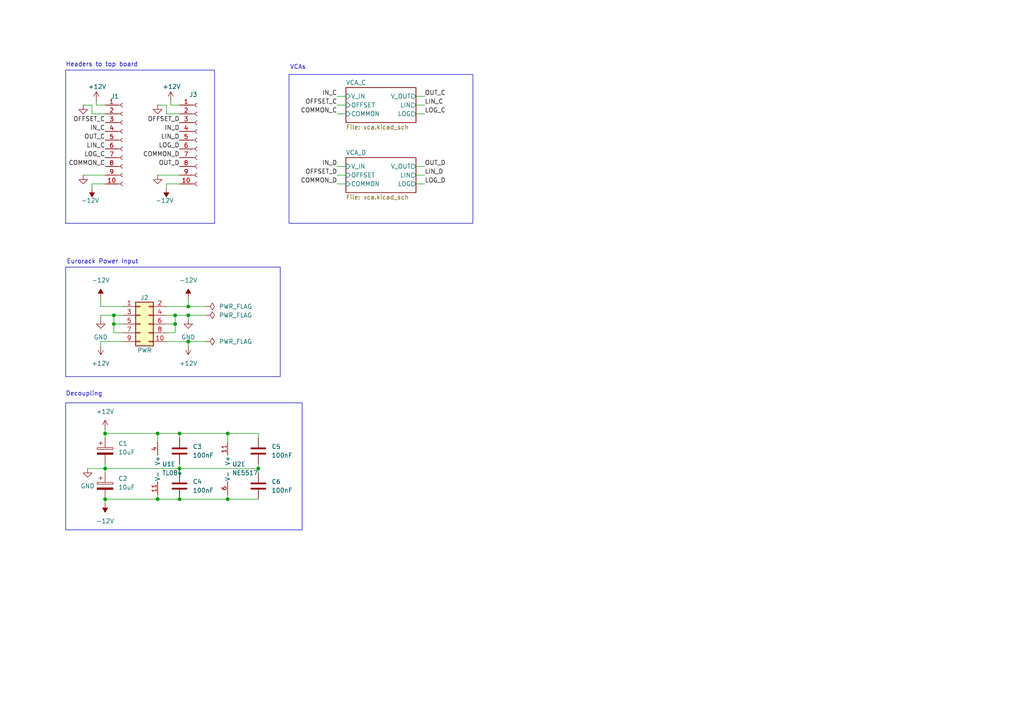
<source format=kicad_sch>
(kicad_sch (version 20250114) (generator "eeschema") (generator_version "9.0")
  (paper "A4")
  (lib_symbols
    (symbol "Connector:Conn_01x10_Socket" (pin_names (offset 1.016) (hide yes))
      (property "Reference" "J" (at 0 12.7 0))
      (property "Value" "Conn_01x10_Socket" (at 0 -15.24 0))
      (symbol "Conn_01x10_Socket_1_1"
        (polyline (pts (xy -1.27 10.16) (xy -0.508 10.16)) (stroke (width 0.1524)))
        (polyline (pts (xy -1.27 7.62) (xy -0.508 7.62)) (stroke (width 0.1524)))
        (polyline (pts (xy -1.27 5.08) (xy -0.508 5.08)) (stroke (width 0.1524)))
        (polyline (pts (xy -1.27 2.54) (xy -0.508 2.54)) (stroke (width 0.1524)))
        (polyline (pts (xy -1.27 0) (xy -0.508 0)) (stroke (width 0.1524)))
        (polyline (pts (xy -1.27 -2.54) (xy -0.508 -2.54)) (stroke (width 0.1524)))
        (polyline (pts (xy -1.27 -5.08) (xy -0.508 -5.08)) (stroke (width 0.1524)))
        (polyline (pts (xy -1.27 -7.62) (xy -0.508 -7.62)) (stroke (width 0.1524)))
        (polyline (pts (xy -1.27 -10.16) (xy -0.508 -10.16)) (stroke (width 0.1524)))
        (polyline (pts (xy -1.27 -12.7) (xy -0.508 -12.7)) (stroke (width 0.1524)))
        (arc (start 0 9.652) (mid -0.5058 10.16) (end 0 10.668) (stroke (width 0.1524)))
        (arc (start 0 7.112) (mid -0.5058 7.62) (end 0 8.128) (stroke (width 0.1524)))
        (arc (start 0 4.572) (mid -0.5058 5.08) (end 0 5.588) (stroke (width 0.1524)))
        (arc (start 0 2.032) (mid -0.5058 2.54) (end 0 3.048) (stroke (width 0.1524)))
        (arc (start 0 -0.508) (mid -0.5058 0) (end 0 0.508) (stroke (width 0.1524)))
        (arc (start 0 -3.048) (mid -0.5058 -2.54) (end 0 -2.032) (stroke (width 0.1524)))
        (arc (start 0 -5.588) (mid -0.5058 -5.08) (end 0 -4.572) (stroke (width 0.1524)))
        (arc (start 0 -8.128) (mid -0.5058 -7.62) (end 0 -7.112) (stroke (width 0.1524)))
        (arc (start 0 -10.668) (mid -0.5058 -10.16) (end 0 -9.652) (stroke (width 0.1524)))
        (arc (start 0 -13.208) (mid -0.5058 -12.7) (end 0 -12.192) (stroke (width 0.1524)))
        (pin passive line (at -5.08 10.16 0) (length 3.81) (name "Pin_1") (number "1"))
        (pin passive line (at -5.08 7.62 0) (length 3.81) (name "Pin_2") (number "2"))
        (pin passive line (at -5.08 5.08 0) (length 3.81) (name "Pin_3") (number "3"))
        (pin passive line (at -5.08 2.54 0) (length 3.81) (name "Pin_4") (number "4"))
        (pin passive line (at -5.08 0 0) (length 3.81) (name "Pin_5") (number "5"))
        (pin passive line (at -5.08 -2.54 0) (length 3.81) (name "Pin_6") (number "6"))
        (pin passive line (at -5.08 -5.08 0) (length 3.81) (name "Pin_7") (number "7"))
        (pin passive line (at -5.08 -7.62 0) (length 3.81) (name "Pin_8") (number "8"))
        (pin passive line (at -5.08 -10.16 0) (length 3.81) (name "Pin_9") (number "9"))
        (pin passive line (at -5.08 -12.7 0) (length 3.81) (name "Pin_10") (number "10"))
      )
    )
    (symbol "Eurorack Common:CP_ESH_10uF_50V_Radial_D5_L11" (pin_numbers (hide yes)) (pin_names (offset 0.254))
      (property "Reference" "C" (at 0.635 2.54 0))
      (property "Value" "10uF" (at 0.635 -2.54 0))
      (symbol "CP_ESH_10uF_50V_Radial_D5_L11_0_1"
        (rectangle (start -2.286 0.508) (end 2.286 1.016))
        (polyline (pts (xy -1.778 2.286) (xy -0.762 2.286)))
        (polyline (pts (xy -1.27 2.794) (xy -1.27 1.778)))
        (rectangle (start 2.286 -0.508) (end -2.286 -1.016) (fill (type outline)))
      )
      (symbol "CP_ESH_10uF_50V_Radial_D5_L11_1_1"
        (pin passive line (at 0 3.81 270) (length 2.794) (name "~") (number "1"))
        (pin passive line (at 0 -3.81 90) (length 2.794) (name "~") (number "2"))
      )
    )
    (symbol "Eurorack Common:C_100nF_50V_X7R_2.5mm" (pin_numbers (hide yes)) (pin_names (offset 0.254))
      (property "Reference" "C" (at 0.635 2.54 0))
      (property "Value" "100nF" (at 0.635 -2.54 0))
      (symbol "C_100nF_50V_X7R_2.5mm_0_1"
        (polyline (pts (xy -2.032 0.762) (xy 2.032 0.762)) (stroke (width 0.508)))
        (polyline (pts (xy -2.032 -0.762) (xy 2.032 -0.762)) (stroke (width 0.508)))
      )
      (symbol "C_100nF_50V_X7R_2.5mm_1_1"
        (pin passive line (at 0 3.81 270) (length 2.794) (name "~") (number "1"))
        (pin passive line (at 0 -3.81 90) (length 2.794) (name "~") (number "2"))
      )
    )
    (symbol "Eurorack Common:Eurorack_Power_Header_(10_pin)" (pin_names (offset 1.016) (hide yes))
      (property "Reference" "J" (at 1.27 7.62 0))
      (property "Value" "Eurorack_Power_Header_(10_pin)" (at 1.27 -7.62 0))
      (symbol "Eurorack_Power_Header_(10_pin)_1_1"
        (rectangle (start -1.27 6.35) (end 3.81 -6.35) (stroke (width 0.254)) (fill (type background)))
        (rectangle (start -1.27 5.207) (end 0 4.953) (stroke (width 0.1524)))
        (rectangle (start -1.27 2.667) (end 0 2.413) (stroke (width 0.1524)))
        (rectangle (start -1.27 0.127) (end 0 -0.127) (stroke (width 0.1524)))
        (rectangle (start -1.27 -2.413) (end 0 -2.667) (stroke (width 0.1524)))
        (rectangle (start -1.27 -4.953) (end 0 -5.207) (stroke (width 0.1524)))
        (rectangle (start 3.81 5.207) (end 2.54 4.953) (stroke (width 0.1524)))
        (rectangle (start 3.81 2.667) (end 2.54 2.413) (stroke (width 0.1524)))
        (rectangle (start 3.81 0.127) (end 2.54 -0.127) (stroke (width 0.1524)))
        (rectangle (start 3.81 -2.413) (end 2.54 -2.667) (stroke (width 0.1524)))
        (rectangle (start 3.81 -4.953) (end 2.54 -5.207) (stroke (width 0.1524)))
        (pin passive line (at -5.08 5.08 0) (length 3.81) (name "Pin_1") (number "1"))
        (pin passive line (at -5.08 2.54 0) (length 3.81) (name "Pin_3") (number "3"))
        (pin passive line (at -5.08 0 0) (length 3.81) (name "Pin_5") (number "5"))
        (pin passive line (at -5.08 -2.54 0) (length 3.81) (name "Pin_7") (number "7"))
        (pin passive line (at -5.08 -5.08 0) (length 3.81) (name "Pin_9") (number "9"))
        (pin passive line (at 7.62 5.08 180) (length 3.81) (name "Pin_2") (number "2"))
        (pin passive line (at 7.62 2.54 180) (length 3.81) (name "Pin_4") (number "4"))
        (pin passive line (at 7.62 0 180) (length 3.81) (name "Pin_6") (number "6"))
        (pin passive line (at 7.62 -2.54 180) (length 3.81) (name "Pin_8") (number "8"))
        (pin passive line (at 7.62 -5.08 180) (length 3.81) (name "Pin_10") (number "10"))
      )
    )
    (symbol "Eurorack Common:NE5517DR2G" (pin_names (offset 0.127))
      (property "Reference" "U" (at 3.81 5.08 0))
      (property "Value" "NE5517DR2G" (at 5.08 -5.08 0))
      (symbol "NE5517DR2G_1_1"
        (polyline (pts (xy 3.81 -0.635) (xy 3.81 -2.54) (xy 5.08 -2.54)))
        (polyline (pts (xy 5.08 0) (xy -5.08 -5.08) (xy -5.08 5.08) (xy 5.08 0)) (stroke (width 0.254)) (fill (type background)))
        (pin input line (at -7.62 2.54 0) (length 2.54) (name "-") (number "13"))
        (pin input line (at -7.62 0 0) (length 2.54) (name "DIODE_BIAS") (number "15"))
        (pin input line (at -7.62 -2.54 0) (length 2.54) (name "+") (number "14"))
        (pin output line (at 7.62 0 180) (length 2.54) (name "~") (number "12"))
        (pin input line (at 7.62 -2.54 180) (length 2.54) (name "~") (number "16"))
      )
      (symbol "NE5517DR2G_2_0"
        (polyline (pts (xy -1.905 2.54) (xy -3.175 2.54)))
      )
      (symbol "NE5517DR2G_2_1"
        (polyline (pts (xy -3.81 1.27) (xy -3.81 -1.27)))
        (polyline (pts (xy -3.81 0.635) (xy -2.54 1.27) (xy -2.54 1.905) (xy -2.54 2.54)))
        (polyline (pts (xy -3.81 -0.635) (xy -2.54 -1.27)))
        (circle (center -2.54 1.905) (radius 0.254) (stroke (width 0.254)) (fill (type outline)))
        (polyline (pts (xy -2.54 0) (xy -2.54 -2.54)))
        (polyline (pts (xy -2.54 -0.635) (xy -1.27 0) (xy -1.27 1.905) (xy -2.54 1.905)))
        (polyline (pts (xy -2.54 -1.27) (xy -3.175 -0.635) (xy -3.175 -1.27) (xy -2.54 -1.27)) (fill (type outline)))
        (polyline (pts (xy -2.54 -1.905) (xy -1.27 -2.54)))
        (polyline (pts (xy -1.27 -2.54) (xy -1.905 -1.905) (xy -1.905 -2.54) (xy -1.27 -2.54)) (fill (type outline)))
        (text "V+" (at -2.54 3.81 0) (effects (font (size 1.27 1.27))))
        (pin input line (at -7.62 0 0) (length 3.81) (name "~") (number "10"))
        (pin output line (at 2.54 -2.54 180) (length 3.81) (name "~") (number "9"))
      )
      (symbol "NE5517DR2G_3_1"
        (polyline (pts (xy 3.81 -0.635) (xy 3.81 -2.54) (xy 5.08 -2.54)))
        (polyline (pts (xy 5.08 0) (xy -5.08 -5.08) (xy -5.08 5.08) (xy 5.08 0)) (stroke (width 0.254)) (fill (type background)))
        (pin input line (at -7.62 2.54 0) (length 2.54) (name "-") (number "4"))
        (pin input line (at -7.62 0 0) (length 2.54) (name "DIODE_BIAS") (number "2"))
        (pin input line (at -7.62 -2.54 0) (length 2.54) (name "+") (number "3"))
        (pin output line (at 7.62 0 180) (length 2.54) (name "~") (number "5"))
        (pin input line (at 7.62 -2.54 180) (length 2.54) (name "~") (number "1"))
      )
      (symbol "NE5517DR2G_4_0"
        (polyline (pts (xy -3.175 2.54) (xy -1.905 2.54)))
        (text "V+" (at -2.54 3.81 0) (effects (font (size 1.27 1.27))))
      )
      (symbol "NE5517DR2G_4_1"
        (polyline (pts (xy -3.81 1.27) (xy -3.81 -1.27)))
        (polyline (pts (xy -3.81 0.635) (xy -2.54 1.27) (xy -2.54 2.54)))
        (polyline (pts (xy -3.81 -0.635) (xy -2.54 -1.27)))
        (circle (center -2.54 1.905) (radius 0.254) (stroke (width 0.254)) (fill (type outline)))
        (polyline (pts (xy -2.54 0) (xy -2.54 -2.54)))
        (polyline (pts (xy -2.54 -0.635) (xy -1.27 0) (xy -1.27 1.905) (xy -2.54 1.905)))
        (polyline (pts (xy -2.54 -1.27) (xy -3.175 -0.635) (xy -3.175 -1.27) (xy -2.54 -1.27)) (fill (type outline)))
        (polyline (pts (xy -2.54 -1.905) (xy -1.27 -2.54)))
        (polyline (pts (xy -1.27 -2.54) (xy -1.905 -1.905) (xy -1.905 -2.54) (xy -1.27 -2.54)) (fill (type outline)))
        (pin input line (at -7.62 0 0) (length 3.81) (name "~") (number "7"))
        (pin output line (at 2.54 -2.54 180) (length 3.81) (name "~") (number "8"))
      )
      (symbol "NE5517DR2G_5_1"
        (pin power_in line (at -2.54 7.62 270) (length 3.81) (name "V+") (number "11"))
        (pin power_in line (at -2.54 -7.62 90) (length 3.81) (name "V-") (number "6"))
      )
    )
    (symbol "Eurorack Common:TL084HIDYYR" (pin_names (offset 0.127))
      (property "Reference" "U" (at 0 5.08 0))
      (property "Value" "TL084" (at 0 -5.08 0))
      (symbol "TL084HIDYYR_1_1"
        (polyline (pts (xy -5.08 5.08) (xy 5.08 0) (xy -5.08 -5.08) (xy -5.08 5.08)) (stroke (width 0.254)) (fill (type background)))
        (pin input line (at -7.62 2.54 0) (length 2.54) (name "+") (number "3"))
        (pin input line (at -7.62 -2.54 0) (length 2.54) (name "-") (number "2"))
        (pin output line (at 7.62 0 180) (length 2.54) (name "~") (number "1"))
      )
      (symbol "TL084HIDYYR_2_1"
        (polyline (pts (xy -5.08 5.08) (xy 5.08 0) (xy -5.08 -5.08) (xy -5.08 5.08)) (stroke (width 0.254)) (fill (type background)))
        (pin input line (at -7.62 2.54 0) (length 2.54) (name "+") (number "5"))
        (pin input line (at -7.62 -2.54 0) (length 2.54) (name "-") (number "6"))
        (pin output line (at 7.62 0 180) (length 2.54) (name "~") (number "7"))
      )
      (symbol "TL084HIDYYR_3_1"
        (polyline (pts (xy -5.08 5.08) (xy 5.08 0) (xy -5.08 -5.08) (xy -5.08 5.08)) (stroke (width 0.254)) (fill (type background)))
        (pin input line (at -7.62 2.54 0) (length 2.54) (name "+") (number "10"))
        (pin input line (at -7.62 -2.54 0) (length 2.54) (name "-") (number "9"))
        (pin output line (at 7.62 0 180) (length 2.54) (name "~") (number "8"))
      )
      (symbol "TL084HIDYYR_4_1"
        (polyline (pts (xy -5.08 5.08) (xy 5.08 0) (xy -5.08 -5.08) (xy -5.08 5.08)) (stroke (width 0.254)) (fill (type background)))
        (pin input line (at -7.62 2.54 0) (length 2.54) (name "+") (number "12"))
        (pin input line (at -7.62 -2.54 0) (length 2.54) (name "-") (number "13"))
        (pin output line (at 7.62 0 180) (length 2.54) (name "~") (number "14"))
      )
      (symbol "TL084HIDYYR_5_1"
        (pin power_in line (at -2.54 7.62 270) (length 3.81) (name "V+") (number "4"))
        (pin power_in line (at -2.54 -7.62 90) (length 3.81) (name "V-") (number "11"))
      )
    )
    (symbol "power:+12V" (power) (pin_numbers (hide yes)) (pin_names (offset 0) (hide yes))
      (property "Value" "+12V" (at 0 3.556 0))
      (symbol "+12V_0_1"
        (polyline (pts (xy -0.762 1.27) (xy 0 2.54)))
        (polyline (pts (xy 0 2.54) (xy 0.762 1.27)))
        (polyline (pts (xy 0 0) (xy 0 2.54)))
      )
      (symbol "+12V_1_1"
        (pin power_in line (at 0 0 90) (length 0) (name "~") (number "1"))
      )
    )
    (symbol "power:-12V" (power) (pin_numbers (hide yes)) (pin_names (offset 0) (hide yes))
      (property "Value" "-12V" (at 0 3.556 0))
      (symbol "-12V_0_0"
        (pin power_in line (at 0 0 90) (length 0) (name "~") (number "1"))
      )
      (symbol "-12V_0_1"
        (polyline (pts (xy 0 0) (xy 0 1.27) (xy 0.762 1.27) (xy 0 2.54) (xy -0.762 1.27) (xy 0 1.27)) (fill (type outline)))
      )
    )
    (symbol "power:GND" (power) (pin_numbers (hide yes)) (pin_names (offset 0) (hide yes))
      (property "Value" "GND" (at 0 -3.81 0))
      (symbol "GND_0_1"
        (polyline (pts (xy 0 0) (xy 0 -1.27) (xy 1.27 -1.27) (xy 0 -2.54) (xy -1.27 -1.27) (xy 0 -1.27)))
      )
      (symbol "GND_1_1"
        (pin power_in line (at 0 0 270) (length 0) (name "~") (number "1"))
      )
    )
    (symbol "power:PWR_FLAG" (power) (pin_numbers (hide yes)) (pin_names (offset 0) (hide yes))
      (property "Value" "PWR_FLAG" (at 0 3.81 0))
      (symbol "PWR_FLAG_0_0"
        (pin power_out line (at 0 0 90) (length 0) (name "~") (number "1"))
      )
      (symbol "PWR_FLAG_0_1"
        (polyline (pts (xy 0 0) (xy 0 1.27) (xy -1.016 1.905) (xy 0 2.54) (xy 1.016 1.905) (xy 0 1.27)))
      )
    )
  )
  (rectangle (start 19.05 77.47) (end 81.28 109.22))
  (rectangle (start 19.05 20.32) (end 62.23 64.77))
  (rectangle (start 19.05 116.84) (end 87.63 153.67))
  (rectangle (start 83.82 21.59) (end 137.16 64.77))
  (text "Headers to top board" (at 19.05 18.796 0) (effects (font (size 1.27 1.27)) (justify left)))
  (text "Eurorack Power Input" (at 19.304 76.708 0) (effects (font (size 1.27 1.27)) (justify left bottom)))
  (text "VCAs" (at 84.074 19.558 0) (effects (font (size 1.27 1.27)) (justify left)))
  (text "Decoupling" (at 19.05 114.3 0) (effects (font (size 1.27 1.27)) (justify left)))
  (junction (at 74.93 135.89))
  (junction (at 52.07 135.89))
  (junction (at 54.61 88.9))
  (junction (at 52.07 144.78))
  (junction (at 33.02 91.44))
  (junction (at 30.48 135.89))
  (junction (at 30.48 125.73))
  (junction (at 45.72 125.73))
  (junction (at 30.48 144.78))
  (junction (at 50.8 91.44))
  (junction (at 33.02 93.98))
  (junction (at 66.04 125.73))
  (junction (at 45.72 144.78))
  (junction (at 52.07 125.73))
  (junction (at 54.61 99.06))
  (junction (at 66.04 144.78))
  (junction (at 50.8 93.98))
  (junction (at 54.61 91.44))
  (wire (pts (xy 54.61 99.06) (xy 54.61 100.33)))
  (wire (pts (xy 120.65 33.02) (xy 123.19 33.02)))
  (wire (pts (xy 30.48 125.73) (xy 30.48 127)))
  (wire (pts (xy 120.65 53.34) (xy 123.19 53.34)))
  (wire (pts (xy 120.65 27.94) (xy 123.19 27.94)))
  (wire (pts (xy 97.79 27.94) (xy 100.33 27.94)))
  (wire (pts (xy 48.26 96.52) (xy 50.8 96.52)))
  (wire (pts (xy 45.72 144.78) (xy 52.07 144.78)))
  (wire (pts (xy 26.67 33.02) (xy 26.67 30.48)))
  (wire (pts (xy 50.8 96.52) (xy 50.8 93.98)))
  (wire (pts (xy 97.79 50.8) (xy 100.33 50.8)))
  (wire (pts (xy 52.07 135.89) (xy 52.07 137.16)))
  (wire (pts (xy 52.07 30.48) (xy 49.53 30.48)))
  (wire (pts (xy 54.61 99.06) (xy 59.69 99.06)))
  (wire (pts (xy 30.48 124.46) (xy 30.48 125.73)))
  (wire (pts (xy 54.61 86.36) (xy 54.61 88.9)))
  (wire (pts (xy 30.48 144.78) (xy 45.72 144.78)))
  (wire (pts (xy 30.48 135.89) (xy 30.48 137.16)))
  (wire (pts (xy 52.07 33.02) (xy 48.26 33.02)))
  (wire (pts (xy 35.56 88.9) (xy 29.21 88.9)))
  (wire (pts (xy 66.04 144.78) (xy 74.93 144.78)))
  (wire (pts (xy 52.07 134.62) (xy 52.07 135.89)))
  (wire (pts (xy 120.65 30.48) (xy 123.19 30.48)))
  (wire (pts (xy 54.61 91.44) (xy 59.69 91.44)))
  (wire (pts (xy 52.07 135.89) (xy 74.93 135.89)))
  (wire (pts (xy 48.26 54.61) (xy 48.26 53.34)))
  (wire (pts (xy 26.67 53.34) (xy 30.48 53.34)))
  (wire (pts (xy 97.79 30.48) (xy 100.33 30.48)))
  (wire (pts (xy 97.79 53.34) (xy 100.33 53.34)))
  (wire (pts (xy 52.07 50.8) (xy 45.72 50.8)))
  (wire (pts (xy 29.21 88.9) (xy 29.21 86.36)))
  (wire (pts (xy 45.72 125.73) (xy 45.72 128.27)))
  (wire (pts (xy 54.61 91.44) (xy 50.8 91.44)))
  (wire (pts (xy 54.61 92.71) (xy 54.61 91.44)))
  (wire (pts (xy 35.56 99.06) (xy 29.21 99.06)))
  (wire (pts (xy 48.26 99.06) (xy 54.61 99.06)))
  (wire (pts (xy 66.04 143.51) (xy 66.04 144.78)))
  (wire (pts (xy 48.26 53.34) (xy 52.07 53.34)))
  (wire (pts (xy 35.56 91.44) (xy 33.02 91.44)))
  (wire (pts (xy 120.65 50.8) (xy 123.19 50.8)))
  (wire (pts (xy 97.79 33.02) (xy 100.33 33.02)))
  (wire (pts (xy 66.04 125.73) (xy 66.04 128.27)))
  (wire (pts (xy 33.02 91.44) (xy 33.02 93.98)))
  (wire (pts (xy 97.79 48.26) (xy 100.33 48.26)))
  (wire (pts (xy 30.48 30.48) (xy 27.94 30.48)))
  (wire (pts (xy 30.48 125.73) (xy 45.72 125.73)))
  (wire (pts (xy 45.72 143.51) (xy 45.72 144.78)))
  (wire (pts (xy 26.67 54.61) (xy 26.67 53.34)))
  (wire (pts (xy 45.72 125.73) (xy 52.07 125.73)))
  (wire (pts (xy 74.93 135.89) (xy 74.93 137.16)))
  (wire (pts (xy 30.48 135.89) (xy 52.07 135.89)))
  (wire (pts (xy 30.48 50.8) (xy 24.13 50.8)))
  (wire (pts (xy 33.02 91.44) (xy 29.21 91.44)))
  (wire (pts (xy 52.07 125.73) (xy 52.07 127)))
  (wire (pts (xy 74.93 134.62) (xy 74.93 135.89)))
  (wire (pts (xy 48.26 93.98) (xy 50.8 93.98)))
  (wire (pts (xy 49.53 30.48) (xy 49.53 29.21)))
  (wire (pts (xy 74.93 125.73) (xy 74.93 127)))
  (wire (pts (xy 54.61 88.9) (xy 48.26 88.9)))
  (wire (pts (xy 52.07 144.78) (xy 66.04 144.78)))
  (wire (pts (xy 30.48 134.62) (xy 30.48 135.89)))
  (wire (pts (xy 66.04 125.73) (xy 74.93 125.73)))
  (wire (pts (xy 120.65 48.26) (xy 123.19 48.26)))
  (wire (pts (xy 52.07 125.73) (xy 66.04 125.73)))
  (wire (pts (xy 54.61 88.9) (xy 59.69 88.9)))
  (wire (pts (xy 29.21 99.06) (xy 29.21 100.33)))
  (wire (pts (xy 30.48 135.89) (xy 25.4 135.89)))
  (wire (pts (xy 33.02 93.98) (xy 33.02 96.52)))
  (wire (pts (xy 48.26 30.48) (xy 45.72 30.48)))
  (wire (pts (xy 27.94 30.48) (xy 27.94 29.21)))
  (wire (pts (xy 48.26 33.02) (xy 48.26 30.48)))
  (wire (pts (xy 48.26 91.44) (xy 50.8 91.44)))
  (wire (pts (xy 33.02 96.52) (xy 35.56 96.52)))
  (wire (pts (xy 35.56 93.98) (xy 33.02 93.98)))
  (wire (pts (xy 30.48 144.78) (xy 30.48 146.05)))
  (wire (pts (xy 50.8 93.98) (xy 50.8 91.44)))
  (wire (pts (xy 30.48 33.02) (xy 26.67 33.02)))
  (wire (pts (xy 29.21 91.44) (xy 29.21 92.71)))
  (wire (pts (xy 26.67 30.48) (xy 24.13 30.48)))
  (label "LOG_D" (at 123.19 53.34 0))
  (label "COMMON_C" (at 97.79 33.02 180))
  (label "IN_C" (at 97.79 27.94 180))
  (label "COMMON_C" (at 30.48 48.26 180))
  (label "LIN_C" (at 30.48 43.18 180))
  (label "OFFSET_D" (at 52.07 35.56 180))
  (label "OFFSET_C" (at 30.48 35.56 180))
  (label "OFFSET_C" (at 97.79 30.48 180))
  (label "OFFSET_D" (at 97.79 50.8 180))
  (label "OUT_C" (at 30.48 40.64 180))
  (label "LIN_D" (at 123.19 50.8 0))
  (label "LOG_C" (at 30.48 45.72 180))
  (label "OUT_D" (at 123.19 48.26 0))
  (label "IN_D" (at 52.07 38.1 180))
  (label "IN_D" (at 97.79 48.26 180))
  (label "OUT_D" (at 52.07 48.26 180))
  (label "COMMON_D" (at 52.07 45.72 180))
  (label "IN_C" (at 30.48 38.1 180))
  (label "LOG_C" (at 123.19 33.02 0))
  (label "LIN_C" (at 123.19 30.48 0))
  (label "OUT_C" (at 123.19 27.94 0))
  (label "COMMON_D" (at 97.79 53.34 180))
  (label "LIN_D" (at 52.07 40.64 180))
  (label "LOG_D" (at 52.07 43.18 180))
  (symbol (lib_id "Eurorack Common:C_100nF_50V_X7R_2.5mm") (at 52.07 130.81 0) (unit 1)
    (property "Reference" "C3" (at 55.88 129.5399 0) (effects (justify left)))
    (property "Value" "100nF" (at 55.88 132.0799 0) (effects (justify left)))
    (property "Footprint" "Eurorack Common:C_Disc_D3.4mm_W2.1mm_P2.50mm" (effects (hide yes)))
    (property "Description" "Unpolarized capacitor" (effects (hide yes)))
  )
  (symbol (lib_id "power:-12V") (at 54.61 86.36 0) (unit 1)
    (property "Reference" "#PWR015" (effects (hide yes)))
    (property "Value" "-12V" (at 54.61 81.28 0))
    (property "Description" "Power symbol creates a global label with name \"-12V\"" (effects (hide yes)))
  )
  (symbol (lib_id "Eurorack Common:TL084HIDYYR") (at 48.26 135.89 0) (unit 5)
    (property "Reference" "U1" (at 46.99 134.6199 0) (effects (justify left)))
    (property "Value" "TL084" (at 46.99 137.1599 0) (effects (justify left)))
    (property "Footprint" "Eurorack Common:Texas_DYY0014A_TSOT-23-14_2x4.2mm_P0.5mm" (effects (hide yes)))
    (property "Datasheet" "http://www.ti.com/lit/ds/symlink/tl084.pdf" (effects (hide yes)))
    (property "Description" "Low-Power, Quad-Operational Amplifiers, TSOT-23-14" (effects (hide yes)))
  )
  (symbol (lib_id "power:-12V") (at 26.67 54.61 180) (unit 1)
    (property "Reference" "#PWR04" (effects (hide yes)))
    (property "Value" "-12V" (at 26.162 58.166 0))
    (property "Description" "Power symbol creates a global label with name \"-12V\"" (effects (hide yes)))
  )
  (symbol (lib_id "Eurorack Common:C_100nF_50V_X7R_2.5mm") (at 52.07 140.97 0) (unit 1)
    (property "Reference" "C4" (at 55.88 139.6999 0) (effects (justify left)))
    (property "Value" "100nF" (at 55.88 142.2399 0) (effects (justify left)))
    (property "Footprint" "Eurorack Common:C_Disc_D3.4mm_W2.1mm_P2.50mm" (effects (hide yes)))
    (property "Description" "Unpolarized capacitor" (effects (hide yes)))
  )
  (symbol (lib_id "power:-12V") (at 30.48 146.05 180) (unit 1)
    (property "Reference" "#PWR010" (effects (hide yes)))
    (property "Value" "-12V" (at 30.48 151.13 0))
    (property "Description" "Power symbol creates a global label with name \"-12V\"" (effects (hide yes)))
  )
  (symbol (lib_id "power:GND") (at 29.21 92.71 0) (unit 1)
    (property "Reference" "#PWR07" (effects (hide yes)))
    (property "Value" "GND" (at 29.21 97.79 0))
    (property "Description" "Power symbol creates a global label with name \"GND\" , ground" (effects (hide yes)))
  )
  (symbol (lib_id "power:+12V") (at 54.61 100.33 180) (unit 1)
    (property "Reference" "#PWR017" (effects (hide yes)))
    (property "Value" "+12V" (at 54.61 105.41 0))
    (property "Description" "Power symbol creates a global label with name \"+12V\"" (effects (hide yes)))
  )
  (symbol (lib_id "Eurorack Common:C_100nF_50V_X7R_2.5mm") (at 74.93 130.81 0) (unit 1)
    (property "Reference" "C5" (at 78.74 129.5399 0) (effects (justify left)))
    (property "Value" "100nF" (at 78.74 132.0799 0) (effects (justify left)))
    (property "Footprint" "Eurorack Common:C_Disc_D3.4mm_W2.1mm_P2.50mm" (effects (hide yes)))
    (property "Description" "Unpolarized capacitor" (effects (hide yes)))
  )
  (symbol (lib_id "Connector:Conn_01x10_Socket") (at 35.56 40.64 0) (unit 1)
    (property "Reference" "J1" (at 34.544 27.94 0) (effects (justify right)))
    (property "Value" "01x10 Female Pin Header" (effects (hide yes)))
    (property "Footprint" "Connector_PinSocket_2.54mm:PinSocket_1x10_P2.54mm_Vertical" (effects (hide yes)))
    (property "Description" "Generic connector, single row, 01x10, script generated" (effects (hide yes)))
  )
  (symbol (lib_id "power:GND") (at 45.72 50.8 0) (unit 1)
    (property "Reference" "#PWR012" (effects (hide yes)))
    (property "Value" "GND" (effects (hide yes)))
    (property "Description" "Power symbol creates a global label with name \"GND\" , ground" (effects (hide yes)))
  )
  (symbol (lib_id "Eurorack Common:Eurorack_Power_Header_(10_pin)") (at 40.64 93.98 0) (unit 1)
    (property "Reference" "J2" (at 41.91 86.36 0))
    (property "Value" "PWR" (at 41.91 101.6 0))
    (property "Footprint" "Eurorack Common:Eurorack Power Header (10 pin)" (effects (hide yes)))
    (property "Description" "Generic connector, double row, 02x05, odd/even pin numbering scheme (row 1 odd numbers, row 2 even numbers), script generated (kicad-library-utils/schlib/autogen/connector/)" (effects (hide yes)))
  )
  (symbol (lib_id "Connector:Conn_01x10_Socket") (at 57.15 40.64 0) (unit 1)
    (property "Reference" "J3" (at 54.864 27.432 0) (effects (justify left)))
    (property "Value" "01x10 Female Pin Header" (effects (hide yes)))
    (property "Footprint" "Connector_PinSocket_2.54mm:PinSocket_1x10_P2.54mm_Vertical" (effects (hide yes)))
    (property "Description" "Generic connector, single row, 01x10, script generated" (effects (hide yes)))
  )
  (symbol (lib_id "power:-12V") (at 48.26 54.61 180) (unit 1)
    (property "Reference" "#PWR013" (effects (hide yes)))
    (property "Value" "-12V" (at 47.752 58.166 0))
    (property "Description" "Power symbol creates a global label with name \"-12V\"" (effects (hide yes)))
  )
  (symbol (lib_id "power:+12V") (at 49.53 29.21 0) (unit 1)
    (property "Reference" "#PWR014" (effects (hide yes)))
    (property "Value" "+12V" (at 49.784 25.146 0))
    (property "Description" "Power symbol creates a global label with name \"+12V\"" (effects (hide yes)))
  )
  (symbol (lib_id "power:+12V") (at 29.21 100.33 180) (unit 1)
    (property "Reference" "#PWR08" (effects (hide yes)))
    (property "Value" "+12V" (at 29.21 105.41 0))
    (property "Description" "Power symbol creates a global label with name \"+12V\"" (effects (hide yes)))
  )
  (symbol (lib_id "power:+12V") (at 27.94 29.21 0) (unit 1)
    (property "Reference" "#PWR05" (effects (hide yes)))
    (property "Value" "+12V" (at 28.194 25.146 0))
    (property "Description" "Power symbol creates a global label with name \"+12V\"" (effects (hide yes)))
  )
  (symbol (lib_id "power:GND") (at 24.13 30.48 0) (unit 1)
    (property "Reference" "#PWR01" (effects (hide yes)))
    (property "Value" "GND" (effects (hide yes)))
    (property "Description" "Power symbol creates a global label with name \"GND\" , ground" (effects (hide yes)))
  )
  (symbol (lib_id "power:GND") (at 45.72 30.48 0) (unit 1)
    (property "Reference" "#PWR011" (effects (hide yes)))
    (property "Value" "GND" (effects (hide yes)))
    (property "Description" "Power symbol creates a global label with name \"GND\" , ground" (effects (hide yes)))
  )
  (symbol (lib_id "power:+12V") (at 30.48 124.46 0) (unit 1)
    (property "Reference" "#PWR09" (effects (hide yes)))
    (property "Value" "+12V" (at 30.48 119.38 0))
    (property "Description" "Power symbol creates a global label with name \"+12V\"" (effects (hide yes)))
  )
  (symbol (lib_id "Eurorack Common:CP_ESH_10uF_50V_Radial_D5_L11") (at 30.48 140.97 0) (unit 1)
    (property "Reference" "C2" (at 34.29 138.8109 0) (effects (justify left)))
    (property "Value" "10uF" (at 34.29 141.3509 0) (effects (justify left)))
    (property "Footprint" "Eurorack Common:C_Radial_D5.0mm_H11.0mm_P2.00mm" (effects (hide yes)))
    (property "Description" "Polarized capacitor" (effects (hide yes)))
    (property "Notes" "Bulk decoupling" (effects (hide yes)))
  )
  (symbol (lib_id "power:-12V") (at 29.21 86.36 0) (unit 1)
    (property "Reference" "#PWR06" (effects (hide yes)))
    (property "Value" "-12V" (at 29.21 81.28 0))
    (property "Description" "Power symbol creates a global label with name \"-12V\"" (effects (hide yes)))
  )
  (symbol (lib_id "power:PWR_FLAG") (at 59.69 91.44 270) (unit 1)
    (property "Reference" "#FLG02" (effects (hide yes)))
    (property "Value" "PWR_FLAG" (at 63.5 91.4399 90) (effects (justify left)))
    (property "Description" "Special symbol for telling ERC where power comes from" (effects (hide yes)))
  )
  (symbol (lib_id "power:GND") (at 54.61 92.71 0) (unit 1)
    (property "Reference" "#PWR016" (effects (hide yes)))
    (property "Value" "GND" (at 54.61 97.79 0))
    (property "Description" "Power symbol creates a global label with name \"GND\" , ground" (effects (hide yes)))
  )
  (symbol (lib_id "Eurorack Common:C_100nF_50V_X7R_2.5mm") (at 74.93 140.97 0) (unit 1)
    (property "Reference" "C6" (at 78.74 139.6999 0) (effects (justify left)))
    (property "Value" "100nF" (at 78.74 142.2399 0) (effects (justify left)))
    (property "Footprint" "Eurorack Common:C_Disc_D3.4mm_W2.1mm_P2.50mm" (effects (hide yes)))
    (property "Description" "Unpolarized capacitor" (effects (hide yes)))
  )
  (symbol (lib_id "power:GND") (at 24.13 50.8 0) (unit 1)
    (property "Reference" "#PWR02" (effects (hide yes)))
    (property "Value" "GND" (effects (hide yes)))
    (property "Description" "Power symbol creates a global label with name \"GND\" , ground" (effects (hide yes)))
  )
  (symbol (lib_id "Eurorack Common:NE5517DR2G") (at 68.58 135.89 0) (unit 5)
    (property "Reference" "U2" (at 67.31 134.6199 0) (effects (justify left)))
    (property "Value" "NE5517" (at 67.31 137.1599 0) (effects (justify left)))
    (property "Footprint" "Eurorack Common:SOIC-16_3.9x9.9mm_P1.27mm" (effects (hide yes)))
    (property "Datasheet" "https://www.onsemi.com/download/data-sheet/pdf/ne5517-d.pdf" (effects (hide yes)))
    (property "Description" "Dual Operational Transconductance Amplifiers with Linearizing Diodes and Buffers, SOIC-16, drop in replacement for LM13700" (effects (hide yes)))
  )
  (symbol (lib_id "power:PWR_FLAG") (at 59.69 99.06 270) (unit 1)
    (property "Reference" "#FLG03" (effects (hide yes)))
    (property "Value" "PWR_FLAG" (at 63.5 99.0599 90) (effects (justify left)))
    (property "Description" "Special symbol for telling ERC where power comes from" (effects (hide yes)))
  )
  (symbol (lib_id "Eurorack Common:CP_ESH_10uF_50V_Radial_D5_L11") (at 30.48 130.81 0) (unit 1)
    (property "Reference" "C1" (at 34.29 128.6509 0) (effects (justify left)))
    (property "Value" "10uF" (at 34.29 131.1909 0) (effects (justify left)))
    (property "Footprint" "Eurorack Common:C_Radial_D5.0mm_H11.0mm_P2.00mm" (effects (hide yes)))
    (property "Description" "Polarized capacitor" (effects (hide yes)))
    (property "Notes" "Bulk decoupling" (effects (hide yes)))
  )
  (symbol (lib_id "power:PWR_FLAG") (at 59.69 88.9 270) (unit 1)
    (property "Reference" "#FLG01" (effects (hide yes)))
    (property "Value" "PWR_FLAG" (at 63.5 88.8999 90) (effects (justify left)))
    (property "Description" "Special symbol for telling ERC where power comes from" (effects (hide yes)))
  )
  (symbol (lib_id "power:GND") (at 25.4 135.89 0) (unit 1)
    (property "Reference" "#PWR03" (effects (hide yes)))
    (property "Value" "GND" (at 25.4 140.97 0))
    (property "Description" "Power symbol creates a global label with name \"GND\" , ground" (effects (hide yes)))
  )
  (sheet (at 100.33 25.4) (size 20.32 10.16) (stroke (width 0.1524))
    (property "Sheetname" "VCA_C" (at 100.33 24.6884 0) (effects (justify left bottom)))
    (property "Sheetfile" "vca.kicad_sch" (at 100.33 36.1446 0) (effects (justify left top)))
    (pin "OFFSET" input (at 100.33 30.48 180))
    (pin "V_IN" input (at 100.33 27.94 180))
    (pin "V_OUT" output (at 120.65 27.94 0))
    (pin "COMMON" input (at 100.33 33.02 180))
    (pin "LIN" output (at 120.65 30.48 0))
    (pin "LOG" output (at 120.65 33.02 0))
  )
  (sheet (at 100.33 45.72) (size 20.32 10.16) (stroke (width 0.1524))
    (property "Sheetname" "VCA_D" (at 100.33 45.0084 0) (effects (justify left bottom)))
    (property "Sheetfile" "vca.kicad_sch" (at 100.33 56.4646 0) (effects (justify left top)))
    (pin "OFFSET" input (at 100.33 50.8 180))
    (pin "V_IN" input (at 100.33 48.26 180))
    (pin "V_OUT" output (at 120.65 48.26 0))
    (pin "COMMON" input (at 100.33 53.34 180))
    (pin "LIN" output (at 120.65 50.8 0))
    (pin "LOG" output (at 120.65 53.34 0))
  )
)
</source>
